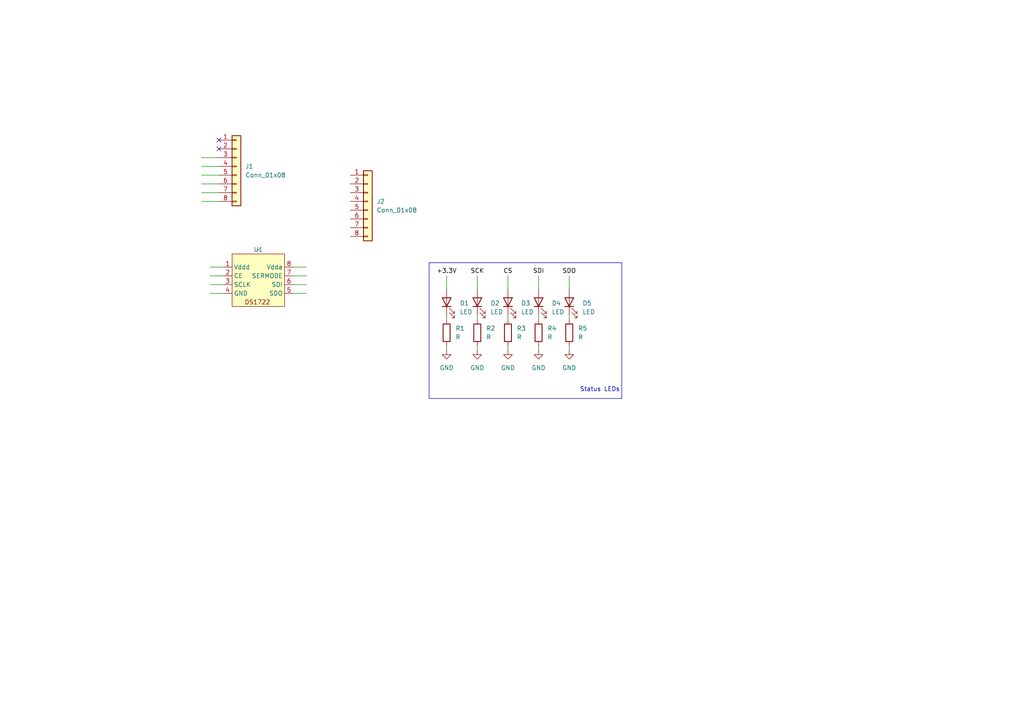
<source format=kicad_sch>
(kicad_sch (version 20231120) (generator "eeschema") (generator_version "8.0")
  (paper "A4")
  (lib_symbols
    (symbol "Connector_Generic:Conn_01x08" (pin_names (offset 1.016) hide)
      (property "Reference" "J" (at 0 10.16 0))
      (property "Value" "Conn_01x08" (at 0 -12.7 0))
      (symbol "Conn_01x08_1_1"
        (rectangle (start -1.27 -10.033) (end 0 -10.287) (stroke (width 0.1524)))
        (rectangle (start -1.27 -7.493) (end 0 -7.747) (stroke (width 0.1524)))
        (rectangle (start -1.27 -4.953) (end 0 -5.207) (stroke (width 0.1524)))
        (rectangle (start -1.27 -2.413) (end 0 -2.667) (stroke (width 0.1524)))
        (rectangle (start -1.27 0.127) (end 0 -0.127) (stroke (width 0.1524)))
        (rectangle (start -1.27 2.667) (end 0 2.413) (stroke (width 0.1524)))
        (rectangle (start -1.27 5.207) (end 0 4.953) (stroke (width 0.1524)))
        (rectangle (start -1.27 7.747) (end 0 7.493) (stroke (width 0.1524)))
        (rectangle (start -1.27 8.89) (end 1.27 -11.43) (stroke (width 0.254)) (fill (type background)))
        (pin passive line (at -5.08 7.62 0) (length 3.81) (name "Pin_1") (number "1"))
        (pin passive line (at -5.08 5.08 0) (length 3.81) (name "Pin_2") (number "2"))
        (pin passive line (at -5.08 2.54 0) (length 3.81) (name "Pin_3") (number "3"))
        (pin passive line (at -5.08 0 0) (length 3.81) (name "Pin_4") (number "4"))
        (pin passive line (at -5.08 -2.54 0) (length 3.81) (name "Pin_5") (number "5"))
        (pin passive line (at -5.08 -5.08 0) (length 3.81) (name "Pin_6") (number "6"))
        (pin passive line (at -5.08 -7.62 0) (length 3.81) (name "Pin_7") (number "7"))
        (pin passive line (at -5.08 -10.16 0) (length 3.81) (name "Pin_8") (number "8"))
      )
    )
    (symbol "Device:LED" (pin_numbers hide) (pin_names (offset 1.016) hide)
      (property "Reference" "D" (at 0 2.54 0))
      (property "Value" "LED" (at 0 -2.54 0))
      (symbol "LED_0_1"
        (polyline (pts (xy -1.27 -1.27) (xy -1.27 1.27)) (stroke (width 0.254)))
        (polyline (pts (xy -1.27 0) (xy 1.27 0)))
        (polyline (pts (xy 1.27 -1.27) (xy 1.27 1.27) (xy -1.27 0) (xy 1.27 -1.27)) (stroke (width 0.254)))
        (polyline (pts (xy -3.048 -0.762) (xy -4.572 -2.286) (xy -3.81 -2.286) (xy -4.572 -2.286) (xy -4.572 -1.524)))
        (polyline (pts (xy -1.778 -0.762) (xy -3.302 -2.286) (xy -2.54 -2.286) (xy -3.302 -2.286) (xy -3.302 -1.524)))
      )
      (symbol "LED_1_1"
        (pin passive line (at -3.81 0 0) (length 2.54) (name "K") (number "1"))
        (pin passive line (at 3.81 0 180) (length 2.54) (name "A") (number "2"))
      )
    )
    (symbol "Device:R" (pin_numbers hide) (pin_names (offset 0))
      (property "Reference" "R" (at 2.032 0 90))
      (property "Value" "R" (at 0 0 90))
      (symbol "R_0_1"
        (rectangle (start -1.016 -2.54) (end 1.016 2.54) (stroke (width 0.254)))
      )
      (symbol "R_1_1"
        (pin passive line (at 0 3.81 270) (length 1.27) (name "~") (number "1"))
        (pin passive line (at 0 -3.81 90) (length 1.27) (name "~") (number "2"))
      )
    )
    (symbol "power:GND" (power) (pin_numbers hide) (pin_names (offset 0) hide)
      (property "Value" "GND" (at 0 -3.81 0))
      (symbol "GND_0_1"
        (polyline (pts (xy 0 0) (xy 0 -1.27) (xy 1.27 -1.27) (xy 0 -2.54) (xy -1.27 -1.27) (xy 0 -1.27)))
      )
      (symbol "GND_1_1"
        (pin power_in line (at 0 0 270) (length 0) (name "~") (number "1"))
      )
    )
    (symbol "work_AL:DS1722"
      (property "Reference" "U1" (at 0 0.254 0))
      (symbol "DS1722_1_1"
        (rectangle (start -7.62 -1.27) (end 7.62 -16.51) (fill (type background)))
        (text "DS1722" (at -0.254 -15.24 0) (effects (font (size 1.27 1.27))))
        (pin power_in line (at -10.16 -5.08 0) (length 2.54) (name "Vddd") (number "1"))
        (pin input line (at -10.16 -7.62 0) (length 2.54) (name "CE") (number "2"))
        (pin input line (at -10.16 -10.16 0) (length 2.54) (name "SCLK") (number "3"))
        (pin power_in line (at -10.16 -12.7 0) (length 2.54) (name "GND") (number "4"))
        (pin output line (at 10.16 -12.7 180) (length 2.54) (name "SDO") (number "5"))
        (pin input line (at 10.16 -10.16 180) (length 2.54) (name "SDI") (number "6"))
        (pin power_in line (at 10.16 -7.62 180) (length 2.54) (name "SERMODE") (number "7"))
        (pin power_in line (at 10.16 -5.08 180) (length 2.54) (name "Vdda") (number "8"))
      )
    )
  )
  (no_connect (at 63.5 40.64))
  (no_connect (at 63.5 43.18))
  (wire (pts (xy 129.54 80.01) (xy 129.54 83.82)))
  (wire (pts (xy 58.42 58.42) (xy 63.5 58.42)))
  (wire (pts (xy 60.96 80.01) (xy 64.77 80.01)))
  (wire (pts (xy 156.21 101.6) (xy 156.21 100.33)))
  (wire (pts (xy 129.54 91.44) (xy 129.54 92.71)))
  (wire (pts (xy 138.43 91.44) (xy 138.43 92.71)))
  (wire (pts (xy 147.32 80.01) (xy 147.32 83.82)))
  (wire (pts (xy 58.42 53.34) (xy 63.5 53.34)))
  (wire (pts (xy 156.21 91.44) (xy 156.21 92.71)))
  (wire (pts (xy 60.96 77.47) (xy 64.77 77.47)))
  (wire (pts (xy 147.32 91.44) (xy 147.32 92.71)))
  (wire (pts (xy 85.09 82.55) (xy 88.9 82.55)))
  (wire (pts (xy 60.96 85.09) (xy 64.77 85.09)))
  (wire (pts (xy 58.42 45.72) (xy 63.5 45.72)))
  (wire (pts (xy 58.42 55.88) (xy 63.5 55.88)))
  (wire (pts (xy 165.1 101.6) (xy 165.1 100.33)))
  (wire (pts (xy 165.1 91.44) (xy 165.1 92.71)))
  (wire (pts (xy 58.42 50.8) (xy 63.5 50.8)))
  (wire (pts (xy 60.96 82.55) (xy 64.77 82.55)))
  (wire (pts (xy 58.42 48.26) (xy 63.5 48.26)))
  (wire (pts (xy 129.54 101.6) (xy 129.54 100.33)))
  (wire (pts (xy 85.09 77.47) (xy 88.9 77.47)))
  (wire (pts (xy 85.09 85.09) (xy 88.9 85.09)))
  (wire (pts (xy 147.32 101.6) (xy 147.32 100.33)))
  (wire (pts (xy 138.43 80.01) (xy 138.43 83.82)))
  (wire (pts (xy 156.21 80.01) (xy 156.21 83.82)))
  (wire (pts (xy 165.1 80.01) (xy 165.1 83.82)))
  (wire (pts (xy 138.43 101.6) (xy 138.43 100.33)))
  (wire (pts (xy 85.09 80.01) (xy 88.9 80.01)))
  (rectangle (start 124.46 76.2) (end 180.34 115.57))
  (text "CS" (at 147.32 78.74 0) (effects (font (size 1.27 1.27))))
  (text "SDI" (at 156.21 78.74 0) (effects (font (size 1.27 1.27))))
  (text "Status LEDs\n" (at 173.99 113.03 0) (effects (font (size 1.27 1.27))))
  (text "+3.3V\n" (at 129.54 78.74 0) (effects (font (size 1.27 1.27))))
  (text "SDO" (at 165.1 78.74 0) (effects (font (size 1.27 1.27))))
  (text "SCK" (at 138.43 78.74 0) (effects (font (size 1.27 1.27))))
  (symbol (lib_id "Device:R") (at 138.43 96.52 0) (unit 1)
    (property "Reference" "R2" (at 140.97 95.2499 0) (effects (justify left)))
    (property "Value" "R" (at 140.97 97.7899 0) (effects (justify left)))
    (property "Description" "Resistor" (effects (hide yes)))
  )
  (symbol (lib_id "power:GND") (at 147.32 101.6 0) (unit 1)
    (property "Reference" "#PWR03" (effects (hide yes)))
    (property "Value" "GND" (at 147.32 106.68 0))
    (property "Description" "Power symbol creates a global label with name \"GND\" , ground" (effects (hide yes)))
  )
  (symbol (lib_id "Device:R") (at 147.32 96.52 0) (unit 1)
    (property "Reference" "R3" (at 149.86 95.2499 0) (effects (justify left)))
    (property "Value" "R" (at 149.86 97.7899 0) (effects (justify left)))
    (property "Description" "Resistor" (effects (hide yes)))
  )
  (symbol (lib_id "Device:R") (at 156.21 96.52 0) (unit 1)
    (property "Reference" "R4" (at 158.75 95.2499 0) (effects (justify left)))
    (property "Value" "R" (at 158.75 97.7899 0) (effects (justify left)))
    (property "Description" "Resistor" (effects (hide yes)))
  )
  (symbol (lib_id "Device:LED") (at 129.54 87.63 90) (unit 1)
    (property "Reference" "D1" (at 133.35 87.9474 90) (effects (justify right)))
    (property "Value" "LED" (at 133.35 90.4874 90) (effects (justify right)))
    (property "Description" "Light emitting diode" (effects (hide yes)))
  )
  (symbol (lib_id "Connector_Generic:Conn_01x08") (at 106.68 58.42 0) (unit 1)
    (property "Reference" "J2" (at 109.22 58.4199 0) (effects (justify left)))
    (property "Value" "Conn_01x08" (at 109.22 60.9599 0) (effects (justify left)))
    (property "Description" "Generic connector, single row, 01x08, script generated (kicad-library-utils/schlib/autogen/connector/)" (effects (hide yes)))
  )
  (symbol (lib_id "power:GND") (at 129.54 101.6 0) (unit 1)
    (property "Reference" "#PWR01" (effects (hide yes)))
    (property "Value" "GND" (at 129.54 106.68 0))
    (property "Description" "Power symbol creates a global label with name \"GND\" , ground" (effects (hide yes)))
  )
  (symbol (lib_id "work_AL:DS1722") (at 74.93 72.39 0) (unit 1)
    (property "Reference" "U1" (at 74.93 72.39 0))
    (property "Value" "~" (at 74.93 72.39 0))
  )
  (symbol (lib_id "power:GND") (at 165.1 101.6 0) (unit 1)
    (property "Reference" "#PWR05" (effects (hide yes)))
    (property "Value" "GND" (at 165.1 106.68 0))
    (property "Description" "Power symbol creates a global label with name \"GND\" , ground" (effects (hide yes)))
  )
  (symbol (lib_id "power:GND") (at 156.21 101.6 0) (unit 1)
    (property "Reference" "#PWR04" (effects (hide yes)))
    (property "Value" "GND" (at 156.21 106.68 0))
    (property "Description" "Power symbol creates a global label with name \"GND\" , ground" (effects (hide yes)))
  )
  (symbol (lib_id "Connector_Generic:Conn_01x08") (at 68.58 48.26 0) (unit 1)
    (property "Reference" "J1" (at 71.12 48.2599 0) (effects (justify left)))
    (property "Value" "Conn_01x08" (at 71.12 50.7999 0) (effects (justify left)))
    (property "Description" "Generic connector, single row, 01x08, script generated (kicad-library-utils/schlib/autogen/connector/)" (effects (hide yes)))
  )
  (symbol (lib_id "power:GND") (at 138.43 101.6 0) (unit 1)
    (property "Reference" "#PWR02" (effects (hide yes)))
    (property "Value" "GND" (at 138.43 106.68 0))
    (property "Description" "Power symbol creates a global label with name \"GND\" , ground" (effects (hide yes)))
  )
  (symbol (lib_id "Device:LED") (at 156.21 87.63 90) (unit 1)
    (property "Reference" "D4" (at 160.02 87.9474 90) (effects (justify right)))
    (property "Value" "LED" (at 160.02 90.4874 90) (effects (justify right)))
    (property "Description" "Light emitting diode" (effects (hide yes)))
  )
  (symbol (lib_id "Device:R") (at 165.1 96.52 0) (unit 1)
    (property "Reference" "R5" (at 167.64 95.2499 0) (effects (justify left)))
    (property "Value" "R" (at 167.64 97.7899 0) (effects (justify left)))
    (property "Description" "Resistor" (effects (hide yes)))
  )
  (symbol (lib_id "Device:R") (at 129.54 96.52 0) (unit 1)
    (property "Reference" "R1" (at 132.08 95.2499 0) (effects (justify left)))
    (property "Value" "R" (at 132.08 97.7899 0) (effects (justify left)))
    (property "Description" "Resistor" (effects (hide yes)))
  )
  (symbol (lib_id "Device:LED") (at 147.32 87.63 90) (unit 1)
    (property "Reference" "D3" (at 151.13 87.9474 90) (effects (justify right)))
    (property "Value" "LED" (at 151.13 90.4874 90) (effects (justify right)))
    (property "Description" "Light emitting diode" (effects (hide yes)))
  )
  (symbol (lib_id "Device:LED") (at 165.1 87.63 90) (unit 1)
    (property "Reference" "D5" (at 168.91 87.9474 90) (effects (justify right)))
    (property "Value" "LED" (at 168.91 90.4874 90) (effects (justify right)))
    (property "Description" "Light emitting diode" (effects (hide yes)))
  )
  (symbol (lib_id "Device:LED") (at 138.43 87.63 90) (unit 1)
    (property "Reference" "D2" (at 142.24 87.9474 90) (effects (justify right)))
    (property "Value" "LED" (at 142.24 90.4874 90) (effects (justify right)))
    (property "Description" "Light emitting diode" (effects (hide yes)))
  )
)
</source>
